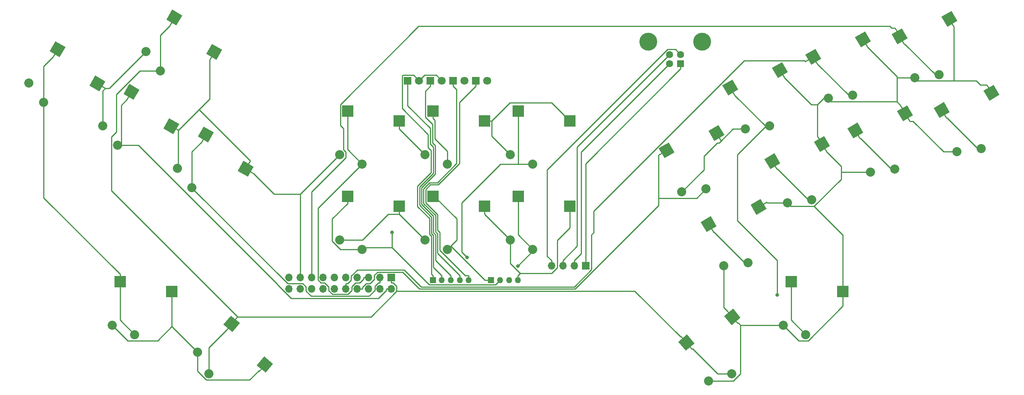
<source format=gbr>
%TF.GenerationSoftware,KiCad,Pcbnew,(5.1.10)-1*%
%TF.CreationDate,2021-10-08T21:35:03-04:00*%
%TF.ProjectId,mino_board,6d696e6f-5f62-46f6-9172-642e6b696361,rev?*%
%TF.SameCoordinates,Original*%
%TF.FileFunction,Copper,L2,Bot*%
%TF.FilePolarity,Positive*%
%FSLAX46Y46*%
G04 Gerber Fmt 4.6, Leading zero omitted, Abs format (unit mm)*
G04 Created by KiCad (PCBNEW (5.1.10)-1) date 2021-10-08 21:35:03*
%MOMM*%
%LPD*%
G01*
G04 APERTURE LIST*
%TA.AperFunction,SMDPad,CuDef*%
%ADD10C,0.100000*%
%TD*%
%TA.AperFunction,ComponentPad*%
%ADD11C,2.032000*%
%TD*%
%TA.AperFunction,ComponentPad*%
%ADD12C,4.000000*%
%TD*%
%TA.AperFunction,ComponentPad*%
%ADD13C,1.600000*%
%TD*%
%TA.AperFunction,ComponentPad*%
%ADD14R,1.600000X1.600000*%
%TD*%
%TA.AperFunction,SMDPad,CuDef*%
%ADD15R,2.600000X2.600000*%
%TD*%
%TA.AperFunction,ComponentPad*%
%ADD16O,1.700000X1.700000*%
%TD*%
%TA.AperFunction,ComponentPad*%
%ADD17R,1.700000X1.700000*%
%TD*%
%TA.AperFunction,ComponentPad*%
%ADD18O,1.350000X1.350000*%
%TD*%
%TA.AperFunction,ComponentPad*%
%ADD19R,1.350000X1.350000*%
%TD*%
%TA.AperFunction,ComponentPad*%
%ADD20R,1.800000X1.800000*%
%TD*%
%TA.AperFunction,ComponentPad*%
%ADD21C,1.800000*%
%TD*%
%TA.AperFunction,ViaPad*%
%ADD22C,0.800000*%
%TD*%
%TA.AperFunction,Conductor*%
%ADD23C,0.250000*%
%TD*%
G04 APERTURE END LIST*
%TA.AperFunction,SMDPad,CuDef*%
D10*
%TO.P,L2,2*%
%TO.N,Net-(A1-Pad2)*%
G36*
X267055527Y-88294238D02*
G01*
X265755527Y-86042572D01*
X268007193Y-84742572D01*
X269307193Y-86994238D01*
X267055527Y-88294238D01*
G37*
%TD.AperFunction*%
D11*
%TO.P,L2,1*%
%TO.N,Net-(J4-Pad16)*%
X265190000Y-99013050D03*
%TO.P,L2,2*%
%TO.N,Net-(A1-Pad2)*%
X259809873Y-99694397D03*
%TA.AperFunction,SMDPad,CuDef*%
D10*
%TO.P,L2,1*%
%TO.N,Net-(J4-Pad16)*%
G36*
X255952934Y-92163982D02*
G01*
X254652934Y-89912316D01*
X256904600Y-88612316D01*
X258204600Y-90863982D01*
X255952934Y-92163982D01*
G37*
%TD.AperFunction*%
%TD*%
D12*
%TO.P,USB_B1,5*%
%TO.N,Net-(USB_B1-Pad5)*%
X202870000Y-75150000D03*
X190870000Y-75150000D03*
D13*
%TO.P,USB_B1,4*%
%TO.N,Net-(J1-2-Pad4)*%
X198120000Y-78010000D03*
%TO.P,USB_B1,3*%
%TO.N,Net-(J1-2-Pad3)*%
X195620000Y-78010000D03*
%TO.P,USB_B1,2*%
%TO.N,Net-(J1-2-Pad2)*%
X195620000Y-80010000D03*
D14*
%TO.P,USB_B1,1*%
%TO.N,Net-(J1-2-Pad1)*%
X198120000Y-80010000D03*
%TD*%
%TA.AperFunction,SMDPad,CuDef*%
D10*
%TO.P,R2,2*%
%TO.N,Net-(A1-Pad2)*%
G36*
X257657527Y-71793938D02*
G01*
X256357527Y-69542272D01*
X258609193Y-68242272D01*
X259909193Y-70493938D01*
X257657527Y-71793938D01*
G37*
%TD.AperFunction*%
D11*
%TO.P,R2,1*%
%TO.N,Net-(J4-Pad15)*%
X255792000Y-82512750D03*
%TO.P,R2,2*%
%TO.N,Net-(A1-Pad2)*%
X250411873Y-83194097D03*
%TA.AperFunction,SMDPad,CuDef*%
D10*
%TO.P,R2,1*%
%TO.N,Net-(J4-Pad15)*%
G36*
X246554934Y-75663682D02*
G01*
X245254934Y-73412016D01*
X247506600Y-72112016D01*
X248806600Y-74363682D01*
X246554934Y-75663682D01*
G37*
%TD.AperFunction*%
%TD*%
%TA.AperFunction,SMDPad,CuDef*%
%TO.P,LEFT1,2*%
%TO.N,Net-(A1-Pad2)*%
G36*
X66066527Y-84931738D02*
G01*
X67366527Y-82680072D01*
X69618193Y-83980072D01*
X68318193Y-86231738D01*
X66066527Y-84931738D01*
G37*
%TD.AperFunction*%
D11*
%TO.P,LEFT1,1*%
%TO.N,Net-(J4-Pad4)*%
X55851000Y-88675550D03*
%TO.P,LEFT1,2*%
%TO.N,Net-(A1-Pad2)*%
X52570873Y-84356897D03*
%TA.AperFunction,SMDPad,CuDef*%
D10*
%TO.P,LEFT1,1*%
%TO.N,Net-(J4-Pad4)*%
G36*
X57163934Y-77251482D02*
G01*
X58463934Y-74999816D01*
X60715600Y-76299816D01*
X59415600Y-78551482D01*
X57163934Y-77251482D01*
G37*
%TD.AperFunction*%
%TD*%
%TA.AperFunction,SMDPad,CuDef*%
%TO.P,DOWN1,2*%
%TO.N,Net-(A1-Pad2)*%
G36*
X82576527Y-94461638D02*
G01*
X83876527Y-92209972D01*
X86128193Y-93509972D01*
X84828193Y-95761638D01*
X82576527Y-94461638D01*
G37*
%TD.AperFunction*%
D11*
%TO.P,DOWN1,1*%
%TO.N,Net-(DOWN1-Pad1)*%
X72361000Y-98205450D03*
%TO.P,DOWN1,2*%
%TO.N,Net-(A1-Pad2)*%
X69080873Y-93886797D03*
%TA.AperFunction,SMDPad,CuDef*%
D10*
%TO.P,DOWN1,1*%
%TO.N,Net-(DOWN1-Pad1)*%
G36*
X73673934Y-86781382D02*
G01*
X74973934Y-84529716D01*
X77225600Y-85829716D01*
X75925600Y-88081382D01*
X73673934Y-86781382D01*
G37*
%TD.AperFunction*%
%TD*%
%TA.AperFunction,SMDPad,CuDef*%
%TO.P,RIGHT1,2*%
%TO.N,Net-(A1-Pad2)*%
G36*
X99203727Y-103986738D02*
G01*
X100503727Y-101735072D01*
X102755393Y-103035072D01*
X101455393Y-105286738D01*
X99203727Y-103986738D01*
G37*
%TD.AperFunction*%
D11*
%TO.P,RIGHT1,1*%
%TO.N,Net-(J4-Pad3)*%
X88988200Y-107730550D03*
%TO.P,RIGHT1,2*%
%TO.N,Net-(A1-Pad2)*%
X85708073Y-103411897D03*
%TA.AperFunction,SMDPad,CuDef*%
D10*
%TO.P,RIGHT1,1*%
%TO.N,Net-(J4-Pad3)*%
G36*
X90301134Y-96306482D02*
G01*
X91601134Y-94054816D01*
X93852800Y-95354816D01*
X92552800Y-97606482D01*
X90301134Y-96306482D01*
G37*
%TD.AperFunction*%
%TD*%
%TA.AperFunction,SMDPad,CuDef*%
%TO.P,UP1,1*%
%TO.N,Net-(J4-Pad1)*%
G36*
X83261834Y-70183482D02*
G01*
X84561834Y-67931816D01*
X86813500Y-69231816D01*
X85513500Y-71483482D01*
X83261834Y-70183482D01*
G37*
%TD.AperFunction*%
D11*
%TO.P,UP1,2*%
%TO.N,Net-(A1-Pad2)*%
X78668773Y-77288897D03*
%TO.P,UP1,1*%
%TO.N,Net-(J4-Pad1)*%
X81948900Y-81607550D03*
%TA.AperFunction,SMDPad,CuDef*%
D10*
%TO.P,UP1,2*%
%TO.N,Net-(A1-Pad2)*%
G36*
X92164427Y-77863738D02*
G01*
X93464427Y-75612072D01*
X95716093Y-76912072D01*
X94416093Y-79163738D01*
X92164427Y-77863738D01*
G37*
%TD.AperFunction*%
%TD*%
%TA.AperFunction,SMDPad,CuDef*%
%TO.P,UP3,1*%
%TO.N,Net-(J4-Pad1)*%
G36*
X199246384Y-144158647D02*
G01*
X197575136Y-142166931D01*
X199566852Y-140495683D01*
X201238100Y-142487399D01*
X199246384Y-144158647D01*
G37*
%TD.AperFunction*%
D11*
%TO.P,UP3,2*%
%TO.N,Net-(A1-Pad2)*%
X204352371Y-150904907D03*
%TO.P,UP3,1*%
%TO.N,Net-(J4-Pad1)*%
X209532447Y-149299662D03*
%TA.AperFunction,SMDPad,CuDef*%
D10*
%TO.P,UP3,2*%
%TO.N,Net-(A1-Pad2)*%
G36*
X209508330Y-138419748D02*
G01*
X207837082Y-136428032D01*
X209828798Y-134756784D01*
X211500046Y-136748500D01*
X209508330Y-138419748D01*
G37*
%TD.AperFunction*%
%TD*%
D15*
%TO.P,HOME1,2*%
%TO.N,Net-(A1-Pad2)*%
X154325000Y-92770000D03*
D11*
%TO.P,HOME1,1*%
%TO.N,Net-(HOME1-Pad1)*%
X146050000Y-102420000D03*
%TO.P,HOME1,2*%
%TO.N,Net-(A1-Pad2)*%
X141050000Y-100320000D03*
D15*
%TO.P,HOME1,1*%
%TO.N,Net-(HOME1-Pad1)*%
X142775000Y-90570000D03*
%TD*%
%TO.P,R3,2*%
%TO.N,Net-(J10-Pad4)*%
X173375000Y-111820000D03*
D11*
%TO.P,R3,1*%
%TO.N,Net-(J10-Pad3)*%
X165100000Y-121470000D03*
%TO.P,R3,2*%
%TO.N,Net-(J10-Pad4)*%
X160100000Y-119370000D03*
D15*
%TO.P,R3,1*%
%TO.N,Net-(J10-Pad3)*%
X161825000Y-109620000D03*
%TD*%
%TO.P,L3,2*%
%TO.N,Net-(J10-Pad4)*%
X135275000Y-111820000D03*
D11*
%TO.P,L3,1*%
%TO.N,Net-(J10-Pad2)*%
X127000000Y-121470000D03*
%TO.P,L3,2*%
%TO.N,Net-(J10-Pad4)*%
X122000000Y-119370000D03*
D15*
%TO.P,L3,1*%
%TO.N,Net-(J10-Pad2)*%
X123725000Y-109620000D03*
%TD*%
%TO.P,START1,1*%
%TO.N,Net-(J4-Pad7)*%
X161825000Y-90570000D03*
D11*
%TO.P,START1,2*%
%TO.N,Net-(A1-Pad2)*%
X160100000Y-100320000D03*
%TO.P,START1,1*%
%TO.N,Net-(J4-Pad7)*%
X165100000Y-102420000D03*
D15*
%TO.P,START1,2*%
%TO.N,Net-(A1-Pad2)*%
X173375000Y-92770000D03*
%TD*%
%TO.P,RIGHT2,2*%
%TO.N,Net-(A1-Pad2)*%
X234335000Y-130870000D03*
D11*
%TO.P,RIGHT2,1*%
%TO.N,Net-(J4-Pad3)*%
X226060000Y-140520000D03*
%TO.P,RIGHT2,2*%
%TO.N,Net-(A1-Pad2)*%
X221060000Y-138420000D03*
D15*
%TO.P,RIGHT2,1*%
%TO.N,Net-(J4-Pad3)*%
X222785000Y-128670000D03*
%TD*%
%TO.P,SELECT1,1*%
%TO.N,Net-(J4-Pad5)*%
X123725000Y-90570000D03*
D11*
%TO.P,SELECT1,2*%
%TO.N,Net-(A1-Pad2)*%
X122000000Y-100320000D03*
%TO.P,SELECT1,1*%
%TO.N,Net-(J4-Pad5)*%
X127000000Y-102420000D03*
D15*
%TO.P,SELECT1,2*%
%TO.N,Net-(A1-Pad2)*%
X135275000Y-92770000D03*
%TD*%
%TO.P,LEFT2,1*%
%TO.N,Net-(J4-Pad4)*%
X72925000Y-128670000D03*
D11*
%TO.P,LEFT2,2*%
%TO.N,Net-(A1-Pad2)*%
X71200000Y-138420000D03*
%TO.P,LEFT2,1*%
%TO.N,Net-(J4-Pad4)*%
X76200000Y-140520000D03*
D15*
%TO.P,LEFT2,2*%
%TO.N,Net-(A1-Pad2)*%
X84475000Y-130870000D03*
%TD*%
%TA.AperFunction,SMDPad,CuDef*%
D10*
%TO.P,UP2,2*%
%TO.N,Net-(A1-Pad2)*%
G36*
X103437989Y-147386635D02*
G01*
X105109237Y-145394919D01*
X107100953Y-147066167D01*
X105429705Y-149057883D01*
X103437989Y-147386635D01*
G37*
%TD.AperFunction*%
D11*
%TO.P,UP2,1*%
%TO.N,Net-(J4-Pad1)*%
X92727553Y-149299662D03*
%TO.P,UP2,2*%
%TO.N,Net-(A1-Pad2)*%
X90247185Y-144477031D03*
%TA.AperFunction,SMDPad,CuDef*%
D10*
%TO.P,UP2,1*%
%TO.N,Net-(J4-Pad1)*%
G36*
X96004309Y-138277140D02*
G01*
X97675557Y-136285424D01*
X99667273Y-137956672D01*
X97996025Y-139948388D01*
X96004309Y-138277140D01*
G37*
%TD.AperFunction*%
%TD*%
%TA.AperFunction,SMDPad,CuDef*%
%TO.P,L1,2*%
%TO.N,Net-(A1-Pad2)*%
G36*
X247761527Y-92866238D02*
G01*
X246461527Y-90614572D01*
X248713193Y-89314572D01*
X250013193Y-91566238D01*
X247761527Y-92866238D01*
G37*
%TD.AperFunction*%
D11*
%TO.P,L1,1*%
%TO.N,Net-(J4-Pad11)*%
X245896000Y-103585050D03*
%TO.P,L1,2*%
%TO.N,Net-(A1-Pad2)*%
X240515873Y-104266397D03*
%TA.AperFunction,SMDPad,CuDef*%
D10*
%TO.P,L1,1*%
%TO.N,Net-(J4-Pad11)*%
G36*
X236658934Y-96735982D02*
G01*
X235358934Y-94484316D01*
X237610600Y-93184316D01*
X238910600Y-95435982D01*
X236658934Y-96735982D01*
G37*
%TD.AperFunction*%
%TD*%
%TA.AperFunction,SMDPad,CuDef*%
%TO.P,Y1,2*%
%TO.N,Net-(A1-Pad2)*%
G36*
X219831527Y-83223938D02*
G01*
X218531527Y-80972272D01*
X220783193Y-79672272D01*
X222083193Y-81923938D01*
X219831527Y-83223938D01*
G37*
%TD.AperFunction*%
D11*
%TO.P,Y1,1*%
%TO.N,Net-(J4-Pad9)*%
X217966000Y-93942750D03*
%TO.P,Y1,2*%
%TO.N,Net-(A1-Pad2)*%
X212585873Y-94624097D03*
%TA.AperFunction,SMDPad,CuDef*%
D10*
%TO.P,Y1,1*%
%TO.N,Net-(J4-Pad9)*%
G36*
X208728934Y-87093682D02*
G01*
X207428934Y-84842016D01*
X209680600Y-83542016D01*
X210980600Y-85793682D01*
X208728934Y-87093682D01*
G37*
%TD.AperFunction*%
%TD*%
%TA.AperFunction,SMDPad,CuDef*%
%TO.P,A1,2*%
%TO.N,Net-(A1-Pad2)*%
G36*
X215015527Y-113775738D02*
G01*
X213715527Y-111524072D01*
X215967193Y-110224072D01*
X217267193Y-112475738D01*
X215015527Y-113775738D01*
G37*
%TD.AperFunction*%
D11*
%TO.P,A1,1*%
%TO.N,Net-(A1-Pad1)*%
X213150000Y-124494550D03*
%TO.P,A1,2*%
%TO.N,Net-(A1-Pad2)*%
X207769873Y-125175897D03*
%TA.AperFunction,SMDPad,CuDef*%
D10*
%TO.P,A1,1*%
%TO.N,Net-(A1-Pad1)*%
G36*
X203912934Y-117645482D02*
G01*
X202612934Y-115393816D01*
X204864600Y-114093816D01*
X206164600Y-116345482D01*
X203912934Y-117645482D01*
G37*
%TD.AperFunction*%
%TD*%
%TA.AperFunction,SMDPad,CuDef*%
%TO.P,R1,2*%
%TO.N,Net-(A1-Pad2)*%
G36*
X238363527Y-76365938D02*
G01*
X237063527Y-74114272D01*
X239315193Y-72814272D01*
X240615193Y-75065938D01*
X238363527Y-76365938D01*
G37*
%TD.AperFunction*%
D11*
%TO.P,R1,1*%
%TO.N,Net-(J4-Pad10)*%
X236498000Y-87084750D03*
%TO.P,R1,2*%
%TO.N,Net-(A1-Pad2)*%
X231117873Y-87766097D03*
%TA.AperFunction,SMDPad,CuDef*%
D10*
%TO.P,R1,1*%
%TO.N,Net-(J4-Pad10)*%
G36*
X227260934Y-80235682D02*
G01*
X225960934Y-77984016D01*
X228212600Y-76684016D01*
X229512600Y-78935682D01*
X227260934Y-80235682D01*
G37*
%TD.AperFunction*%
%TD*%
%TA.AperFunction,SMDPad,CuDef*%
%TO.P,X1,2*%
%TO.N,Net-(A1-Pad2)*%
G36*
X205617527Y-97275738D02*
G01*
X204317527Y-95024072D01*
X206569193Y-93724072D01*
X207869193Y-95975738D01*
X205617527Y-97275738D01*
G37*
%TD.AperFunction*%
D11*
%TO.P,X1,1*%
%TO.N,Net-(J4-Pad8)*%
X203752000Y-107994550D03*
%TO.P,X1,2*%
%TO.N,Net-(A1-Pad2)*%
X198371873Y-108675897D03*
%TA.AperFunction,SMDPad,CuDef*%
D10*
%TO.P,X1,1*%
%TO.N,Net-(J4-Pad8)*%
G36*
X194514934Y-101145482D02*
G01*
X193214934Y-98893816D01*
X195466600Y-97593816D01*
X196766600Y-99845482D01*
X194514934Y-101145482D01*
G37*
%TD.AperFunction*%
%TD*%
%TA.AperFunction,SMDPad,CuDef*%
%TO.P,B1,2*%
%TO.N,Net-(A1-Pad2)*%
G36*
X229229527Y-99724738D02*
G01*
X227929527Y-97473072D01*
X230181193Y-96173072D01*
X231481193Y-98424738D01*
X229229527Y-99724738D01*
G37*
%TD.AperFunction*%
D11*
%TO.P,B1,1*%
%TO.N,Net-(B1-Pad1)*%
X227364000Y-110443550D03*
%TO.P,B1,2*%
%TO.N,Net-(A1-Pad2)*%
X221983873Y-111124897D03*
%TA.AperFunction,SMDPad,CuDef*%
D10*
%TO.P,B1,1*%
%TO.N,Net-(B1-Pad1)*%
G36*
X218126934Y-103594482D02*
G01*
X216826934Y-101342816D01*
X219078600Y-100042816D01*
X220378600Y-102294482D01*
X218126934Y-103594482D01*
G37*
%TD.AperFunction*%
%TD*%
D15*
%TO.P,TOUCHPAD1,1*%
%TO.N,Net-(J10-Pad1)*%
X142775000Y-109620000D03*
D11*
%TO.P,TOUCHPAD1,2*%
%TO.N,Net-(J10-Pad4)*%
X141050000Y-119370000D03*
%TO.P,TOUCHPAD1,1*%
%TO.N,Net-(J10-Pad1)*%
X146050000Y-121470000D03*
D15*
%TO.P,TOUCHPAD1,2*%
%TO.N,Net-(J10-Pad4)*%
X154325000Y-111820000D03*
%TD*%
D16*
%TO.P,J4,20*%
%TO.N,Net-(J4-Pad20)*%
X110665000Y-130310000D03*
%TO.P,J4,19*%
%TO.N,Net-(J4-Pad19)*%
X110665000Y-127770000D03*
%TO.P,J4,18*%
%TO.N,Net-(J4-Pad18)*%
X113205000Y-130310000D03*
%TO.P,J4,17*%
%TO.N,Net-(A1-Pad2)*%
X113205000Y-127770000D03*
%TO.P,J4,16*%
%TO.N,Net-(J4-Pad16)*%
X115745000Y-130310000D03*
%TO.P,J4,15*%
%TO.N,Net-(J4-Pad15)*%
X115745000Y-127770000D03*
%TO.P,J4,14*%
%TO.N,Net-(B1-Pad1)*%
X118285000Y-130310000D03*
%TO.P,J4,13*%
%TO.N,Net-(A1-Pad1)*%
X118285000Y-127770000D03*
%TO.P,J4,12*%
%TO.N,Net-(J4-Pad12)*%
X120825000Y-130310000D03*
%TO.P,J4,11*%
%TO.N,Net-(J4-Pad11)*%
X120825000Y-127770000D03*
%TO.P,J4,10*%
%TO.N,Net-(J4-Pad10)*%
X123365000Y-130310000D03*
%TO.P,J4,9*%
%TO.N,Net-(J4-Pad9)*%
X123365000Y-127770000D03*
%TO.P,J4,8*%
%TO.N,Net-(J4-Pad8)*%
X125905000Y-130310000D03*
%TO.P,J4,7*%
%TO.N,Net-(J4-Pad7)*%
X125905000Y-127770000D03*
%TO.P,J4,6*%
%TO.N,Net-(HOME1-Pad1)*%
X128445000Y-130310000D03*
%TO.P,J4,5*%
%TO.N,Net-(J4-Pad5)*%
X128445000Y-127770000D03*
%TO.P,J4,4*%
%TO.N,Net-(J4-Pad4)*%
X130985000Y-130310000D03*
%TO.P,J4,3*%
%TO.N,Net-(J4-Pad3)*%
X130985000Y-127770000D03*
%TO.P,J4,2*%
%TO.N,Net-(DOWN1-Pad1)*%
X133525000Y-130310000D03*
D17*
%TO.P,J4,1*%
%TO.N,Net-(J4-Pad1)*%
X133525000Y-127770000D03*
%TD*%
D16*
%TO.P,J1-2,4*%
%TO.N,Net-(J1-2-Pad4)*%
X169260000Y-125160000D03*
%TO.P,J1-2,3*%
%TO.N,Net-(J1-2-Pad3)*%
X171800000Y-125160000D03*
%TO.P,J1-2,2*%
%TO.N,Net-(J1-2-Pad2)*%
X174340000Y-125160000D03*
D17*
%TO.P,J1-2,1*%
%TO.N,Net-(J1-2-Pad1)*%
X176880000Y-125160000D03*
%TD*%
D18*
%TO.P,J2,5*%
%TO.N,Net-(J2-Pad5)*%
X150780000Y-128350000D03*
%TO.P,J2,4*%
%TO.N,Net-(J2-Pad4)*%
X148780000Y-128350000D03*
%TO.P,J2,3*%
%TO.N,Net-(J2-Pad3)*%
X146780000Y-128350000D03*
%TO.P,J2,2*%
%TO.N,Net-(J2-Pad2)*%
X144780000Y-128350000D03*
D19*
%TO.P,J2,1*%
%TO.N,Net-(J2-Pad1)*%
X142780000Y-128350000D03*
%TD*%
D18*
%TO.P,J10,4*%
%TO.N,Net-(J10-Pad4)*%
X161780000Y-128350000D03*
%TO.P,J10,3*%
%TO.N,Net-(J10-Pad3)*%
X159780000Y-128350000D03*
%TO.P,J10,2*%
%TO.N,Net-(J10-Pad2)*%
X157780000Y-128350000D03*
D19*
%TO.P,J10,1*%
%TO.N,Net-(J10-Pad1)*%
X155780000Y-128350000D03*
%TD*%
D20*
%TO.P,P4,1*%
%TO.N,Net-(J2-Pad5)*%
X152400000Y-83820000D03*
D21*
%TO.P,P4,2*%
%TO.N,Net-(J2-Pad1)*%
X154940000Y-83820000D03*
%TD*%
%TO.P,P3,2*%
%TO.N,Net-(J2-Pad1)*%
X149860000Y-83820000D03*
D20*
%TO.P,P3,1*%
%TO.N,Net-(J2-Pad4)*%
X147320000Y-83820000D03*
%TD*%
%TO.P,P2,1*%
%TO.N,Net-(J2-Pad3)*%
X142240000Y-83820000D03*
D21*
%TO.P,P2,2*%
%TO.N,Net-(J2-Pad1)*%
X144780000Y-83820000D03*
%TD*%
%TO.P,P1,2*%
%TO.N,Net-(J2-Pad1)*%
X139700000Y-83820000D03*
D20*
%TO.P,P1,1*%
%TO.N,Net-(J2-Pad2)*%
X137160000Y-83820000D03*
%TD*%
D22*
%TO.N,Net-(J4-Pad9)*%
X219697000Y-131670000D03*
%TO.N,Net-(J4-Pad7)*%
X150450000Y-123324000D03*
%TO.N,Net-(J10-Pad3)*%
X161744300Y-125240900D03*
%TO.N,Net-(J10-Pad2)*%
X133641000Y-117737000D03*
%TD*%
D23*
%TO.N,Net-(A1-Pad2)*%
X90549400Y-90265500D02*
X92909900Y-87905000D01*
X92909900Y-87905000D02*
X92909900Y-79172700D01*
X92909900Y-79172700D02*
X92909800Y-79172600D01*
X85922600Y-94892400D02*
X85922600Y-94892300D01*
X85922600Y-94892300D02*
X90549400Y-90265500D01*
X90549400Y-90265500D02*
X102010000Y-101726200D01*
X100979600Y-103510900D02*
X102010000Y-101726200D01*
X93940300Y-77387900D02*
X92909800Y-79172600D01*
X85708100Y-103411900D02*
X85922600Y-103197400D01*
X85922600Y-103197400D02*
X85922600Y-94892400D01*
X100979600Y-103510900D02*
X102764200Y-104541300D01*
X85864400Y-94858800D02*
X85922600Y-94892400D01*
X84352400Y-93985800D02*
X85864400Y-94858800D01*
X211500300Y-138420000D02*
X211022400Y-137942100D01*
X211022400Y-137942100D02*
X210804800Y-137942100D01*
X210804800Y-137942100D02*
X210804700Y-137942200D01*
X221060000Y-138420000D02*
X211500300Y-138420000D01*
X211500300Y-138420000D02*
X211500300Y-149288200D01*
X211500300Y-149288200D02*
X209883600Y-150904900D01*
X209883600Y-150904900D02*
X204352400Y-150904900D01*
X234335000Y-130870000D02*
X234335000Y-134162000D01*
X234335000Y-134162000D02*
X226603400Y-141893600D01*
X226603400Y-141893600D02*
X224533600Y-141893600D01*
X224533600Y-141893600D02*
X221060000Y-138420000D01*
X209668600Y-136588300D02*
X210804700Y-137942200D01*
X105269500Y-147226400D02*
X104133300Y-148580400D01*
X104133300Y-148580400D02*
X104133200Y-148580300D01*
X104133200Y-148580300D02*
X103915600Y-148580300D01*
X103915600Y-148580300D02*
X101841000Y-150654900D01*
X101841000Y-150654900D02*
X92175500Y-150654900D01*
X92175500Y-150654900D02*
X90247200Y-148726600D01*
X90247200Y-148726600D02*
X90247200Y-144477000D01*
X84475000Y-138704800D02*
X90247200Y-144477000D01*
X69627000Y-85486300D02*
X70471400Y-85486300D01*
X70471400Y-85486300D02*
X78668800Y-77288900D01*
X69080900Y-93886800D02*
X69080900Y-86032400D01*
X69080900Y-86032400D02*
X69627000Y-85486300D01*
X246398500Y-88458800D02*
X246398500Y-88497300D01*
X246398500Y-88497300D02*
X247206900Y-89305700D01*
X246398500Y-83194100D02*
X246398500Y-88458800D01*
X231117900Y-87766100D02*
X231810600Y-88458800D01*
X231810600Y-88458800D02*
X246398500Y-88458800D01*
X228675000Y-89178600D02*
X230087500Y-87766100D01*
X230087500Y-87766100D02*
X231117900Y-87766100D01*
X228675000Y-89178600D02*
X227283600Y-89178600D01*
X227283600Y-89178600D02*
X221337800Y-83232800D01*
X228674900Y-96164200D02*
X228675000Y-96164100D01*
X228675000Y-96164100D02*
X228675000Y-89178600D01*
X67842400Y-84455900D02*
X69627000Y-85486300D01*
X239869800Y-76374800D02*
X246398500Y-82903500D01*
X246398500Y-82903500D02*
X246398500Y-83194100D01*
X246398500Y-83194100D02*
X250411900Y-83194100D01*
X248237400Y-91090400D02*
X247206900Y-89305700D01*
X259163800Y-83867700D02*
X264152400Y-83867700D01*
X264152400Y-83867700D02*
X265018400Y-84733700D01*
X265018400Y-84733700D02*
X266500900Y-84733700D01*
X250411900Y-83194100D02*
X251085500Y-83867700D01*
X251085500Y-83867700D02*
X259163800Y-83867700D01*
X259163800Y-83867700D02*
X259163800Y-71802800D01*
X258133400Y-70018100D02*
X259163800Y-71802800D01*
X267531400Y-86518400D02*
X266500900Y-84733700D01*
X248237400Y-91090400D02*
X249267800Y-92875100D01*
X259809900Y-99694400D02*
X256841400Y-99694400D01*
X256841400Y-99694400D02*
X250022000Y-92875000D01*
X250022000Y-92875000D02*
X249267900Y-92875000D01*
X249267900Y-92875000D02*
X249267800Y-92875100D01*
X238839400Y-74590100D02*
X239869800Y-76374800D01*
X227908200Y-111856400D02*
X222715400Y-111856400D01*
X222715400Y-111856400D02*
X221983900Y-111124900D01*
X233956800Y-104266400D02*
X233956800Y-105807800D01*
X233956800Y-105807800D02*
X227908200Y-111856400D01*
X234335000Y-130870000D02*
X234335000Y-118283200D01*
X234335000Y-118283200D02*
X227908200Y-111856400D01*
X230735800Y-99733600D02*
X233956800Y-102954600D01*
X233956800Y-102954600D02*
X233956800Y-104266400D01*
X240515900Y-104266400D02*
X233956800Y-104266400D01*
X198371900Y-108675900D02*
X203357400Y-103690400D01*
X203357400Y-103690400D02*
X203357400Y-100653800D01*
X203357400Y-100653800D02*
X206291100Y-97720100D01*
X206291100Y-97720100D02*
X206688300Y-97720100D01*
X206688300Y-97720100D02*
X207123800Y-97284600D01*
X160100000Y-100320000D02*
X155950300Y-96170300D01*
X155950300Y-96170300D02*
X155950300Y-92770000D01*
X141050000Y-100320000D02*
X135275000Y-94545000D01*
X135275000Y-94545000D02*
X135275000Y-92770000D01*
X113205000Y-109115000D02*
X122000000Y-100320000D01*
X113205000Y-127770000D02*
X113205000Y-109115000D01*
X113205000Y-109115000D02*
X107337900Y-109115000D01*
X107337900Y-109115000D02*
X102764200Y-104541300D01*
X84475000Y-138704800D02*
X84475000Y-130870000D01*
X154325000Y-92770000D02*
X155950300Y-92770000D01*
X155950300Y-92770000D02*
X159991000Y-88729300D01*
X159991000Y-88729300D02*
X169334300Y-88729300D01*
X169334300Y-88729300D02*
X173375000Y-92770000D01*
X229705400Y-97948900D02*
X230735800Y-99733600D01*
X229705400Y-97948900D02*
X228674900Y-96164200D01*
X212585900Y-94624100D02*
X209784300Y-94624100D01*
X209784300Y-94624100D02*
X207123800Y-97284600D01*
X215491400Y-111999900D02*
X217276000Y-110969500D01*
X209668600Y-136588300D02*
X208532400Y-135234300D01*
X220307400Y-81448100D02*
X221337800Y-83232800D01*
X206093400Y-95499900D02*
X207123800Y-97284600D01*
X221983900Y-111124900D02*
X217431400Y-111124900D01*
X217431400Y-111124900D02*
X217276000Y-110969500D01*
X208532400Y-135234300D02*
X207769900Y-134471800D01*
X207769900Y-134471800D02*
X207769900Y-125175900D01*
X71200000Y-138420000D02*
X74657300Y-141877300D01*
X74657300Y-141877300D02*
X81302500Y-141877300D01*
X81302500Y-141877300D02*
X84475000Y-138704800D01*
%TO.N,Net-(A1-Pad1)*%
X204388800Y-115869600D02*
X205419300Y-117654300D01*
X205419300Y-117654300D02*
X205548900Y-117654300D01*
X205548900Y-117654300D02*
X212389100Y-124494500D01*
X212389100Y-124494500D02*
X213150000Y-124494500D01*
%TO.N,Net-(B1-Pad1)*%
X218602800Y-101818600D02*
X219633300Y-103603300D01*
X219633300Y-103603300D02*
X219762900Y-103603300D01*
X219762900Y-103603300D02*
X226603100Y-110443500D01*
X226603100Y-110443500D02*
X227364000Y-110443500D01*
%TO.N,Net-(DOWN1-Pad1)*%
X73208200Y-98205400D02*
X72361000Y-98205400D01*
X132349700Y-130310000D02*
X132349700Y-130677300D01*
X132349700Y-130677300D02*
X130570500Y-132456500D01*
X130570500Y-132456500D02*
X111149200Y-132456500D01*
X111149200Y-132456500D02*
X108090400Y-129397700D01*
X108090400Y-129397700D02*
X108090400Y-129277200D01*
X108090400Y-129277200D02*
X77018600Y-98205400D01*
X77018600Y-98205400D02*
X73208200Y-98205400D01*
X73208200Y-98205400D02*
X73208200Y-89301400D01*
X73208200Y-89301400D02*
X74419300Y-88090300D01*
X75449800Y-86305500D02*
X74419300Y-88090300D01*
X133525000Y-130310000D02*
X132349700Y-130310000D01*
%TO.N,Net-(HOME1-Pad1)*%
X142775000Y-90570000D02*
X142775000Y-92195300D01*
X146050000Y-102420000D02*
X146050000Y-99573600D01*
X146050000Y-99573600D02*
X143225300Y-96748900D01*
X143225300Y-96748900D02*
X143225300Y-92645600D01*
X143225300Y-92645600D02*
X142775000Y-92195300D01*
%TO.N,Net-(J2-Pad5)*%
X150780000Y-128350000D02*
X150780000Y-127349700D01*
X152400000Y-83820000D02*
X152400000Y-85045300D01*
X152400000Y-85045300D02*
X148751200Y-88694100D01*
X148751200Y-88694100D02*
X148751200Y-102317400D01*
X148751200Y-102317400D02*
X144023400Y-107045200D01*
X144023400Y-107045200D02*
X142215600Y-107045200D01*
X142215600Y-107045200D02*
X141149700Y-108111100D01*
X141149700Y-108111100D02*
X141149700Y-111054800D01*
X141149700Y-111054800D02*
X143808000Y-113713100D01*
X143808000Y-113713100D02*
X143808000Y-117159500D01*
X143808000Y-117159500D02*
X144324200Y-117675700D01*
X144324200Y-117675700D02*
X144324200Y-121644100D01*
X144324200Y-121644100D02*
X150029800Y-127349700D01*
X150029800Y-127349700D02*
X150780000Y-127349700D01*
%TO.N,Net-(J2-Pad4)*%
X147320000Y-85045300D02*
X148090000Y-85815300D01*
X148090000Y-85815300D02*
X148090000Y-102286200D01*
X148090000Y-102286200D02*
X143781300Y-106594900D01*
X143781300Y-106594900D02*
X142029000Y-106594900D01*
X142029000Y-106594900D02*
X140699400Y-107924500D01*
X140699400Y-107924500D02*
X140699400Y-111241400D01*
X140699400Y-111241400D02*
X143357700Y-113899700D01*
X143357700Y-113899700D02*
X143357700Y-117571400D01*
X143357700Y-117571400D02*
X143808000Y-118021700D01*
X143808000Y-118021700D02*
X143808000Y-122377700D01*
X143808000Y-122377700D02*
X148780000Y-127349700D01*
X148780000Y-128350000D02*
X148780000Y-127349700D01*
X147320000Y-83820000D02*
X147320000Y-85045300D01*
%TO.N,Net-(J2-Pad3)*%
X142240000Y-85045300D02*
X141115800Y-86169500D01*
X141115800Y-86169500D02*
X141115800Y-92000900D01*
X141115800Y-92000900D02*
X142712400Y-93597500D01*
X142712400Y-93597500D02*
X142712400Y-97752300D01*
X142712400Y-97752300D02*
X143306600Y-98346500D01*
X143306600Y-98346500D02*
X143306600Y-104680400D01*
X143306600Y-104680400D02*
X140249100Y-107737900D01*
X140249100Y-107737900D02*
X140249100Y-111428000D01*
X140249100Y-111428000D02*
X142907400Y-114086300D01*
X142907400Y-114086300D02*
X142907400Y-117758000D01*
X142907400Y-117758000D02*
X143357700Y-118208300D01*
X143357700Y-118208300D02*
X143357700Y-123927500D01*
X143357700Y-123927500D02*
X143357800Y-123927500D01*
X143357800Y-123927500D02*
X146780000Y-127349700D01*
X146780000Y-128350000D02*
X146780000Y-127349700D01*
X142240000Y-83820000D02*
X142240000Y-85045300D01*
%TO.N,Net-(J2-Pad2)*%
X137160000Y-83820000D02*
X137160000Y-89432000D01*
X137160000Y-89432000D02*
X142176700Y-94448700D01*
X142176700Y-94448700D02*
X142176700Y-97974800D01*
X142176700Y-97974800D02*
X142848700Y-98646800D01*
X142848700Y-98646800D02*
X142848700Y-104501400D01*
X142848700Y-104501400D02*
X139798800Y-107551300D01*
X139798800Y-107551300D02*
X139798800Y-111614600D01*
X139798800Y-111614600D02*
X142457100Y-114272900D01*
X142457100Y-114272900D02*
X142457100Y-117944600D01*
X142457100Y-117944600D02*
X142885800Y-118373300D01*
X142885800Y-118373300D02*
X142885800Y-125455500D01*
X142885800Y-125455500D02*
X144780000Y-127349700D01*
X144780000Y-128350000D02*
X144780000Y-127349700D01*
%TO.N,Net-(J2-Pad1)*%
X139700000Y-83820000D02*
X138474600Y-82594600D01*
X138474600Y-82594600D02*
X136087800Y-82594600D01*
X136087800Y-82594600D02*
X135934600Y-82747800D01*
X135934600Y-82747800D02*
X135934600Y-90044200D01*
X135934600Y-90044200D02*
X141726300Y-95835900D01*
X141726300Y-95835900D02*
X141726300Y-98733200D01*
X141726300Y-98733200D02*
X142398300Y-99405200D01*
X142398300Y-99405200D02*
X142398300Y-104314900D01*
X142398300Y-104314900D02*
X139348500Y-107364700D01*
X139348500Y-107364700D02*
X139348500Y-111948900D01*
X139348500Y-111948900D02*
X142006800Y-114607200D01*
X142006800Y-114607200D02*
X142006800Y-118131200D01*
X142006800Y-118131200D02*
X142435400Y-118559800D01*
X142435400Y-118559800D02*
X142435400Y-127005100D01*
X142435400Y-127005100D02*
X142780000Y-127349700D01*
X144780000Y-83820000D02*
X143554600Y-82594600D01*
X143554600Y-82594600D02*
X140925400Y-82594600D01*
X140925400Y-82594600D02*
X139700000Y-83820000D01*
X142780000Y-128350000D02*
X142780000Y-127349700D01*
%TO.N,Net-(J4-Pad16)*%
X256428800Y-90388100D02*
X257459300Y-92172800D01*
X257459300Y-92172800D02*
X257588900Y-92172800D01*
X257588900Y-92172800D02*
X264429100Y-99013000D01*
X264429100Y-99013000D02*
X265190000Y-99013000D01*
%TO.N,Net-(J4-Pad15)*%
X247030800Y-73887800D02*
X246000300Y-72103100D01*
X115745000Y-127770000D02*
X115745000Y-108622700D01*
X115745000Y-108622700D02*
X123341500Y-101026200D01*
X123341500Y-101026200D02*
X123341500Y-99764400D01*
X123341500Y-99764400D02*
X122816200Y-99239100D01*
X122816200Y-99239100D02*
X122816200Y-94540100D01*
X122816200Y-94540100D02*
X122099600Y-93823500D01*
X122099600Y-93823500D02*
X122099600Y-89134400D01*
X122099600Y-89134400D02*
X139592700Y-71641300D01*
X139592700Y-71641300D02*
X244784300Y-71641300D01*
X244784300Y-71641300D02*
X245246100Y-72103100D01*
X245246100Y-72103100D02*
X246000300Y-72103100D01*
X247030800Y-73887800D02*
X248061300Y-75672500D01*
X248061300Y-75672500D02*
X248190900Y-75672500D01*
X248190900Y-75672500D02*
X255031100Y-82512700D01*
X255031100Y-82512700D02*
X255792000Y-82512700D01*
%TO.N,Net-(J4-Pad10)*%
X227736800Y-78459800D02*
X228767300Y-80244500D01*
X236498000Y-87084700D02*
X235695400Y-87084700D01*
X235695400Y-87084700D02*
X228855200Y-80244500D01*
X228855200Y-80244500D02*
X228767300Y-80244500D01*
X227736800Y-78459800D02*
X225952000Y-79490300D01*
X123365000Y-129134700D02*
X123732400Y-129134700D01*
X123732400Y-129134700D02*
X124540300Y-128326800D01*
X124540300Y-128326800D02*
X124540300Y-127470500D01*
X124540300Y-127470500D02*
X125917600Y-126093200D01*
X125917600Y-126093200D02*
X136375300Y-126093200D01*
X136375300Y-126093200D02*
X140137000Y-129854900D01*
X140137000Y-129854900D02*
X174400300Y-129854900D01*
X174400300Y-129854900D02*
X178224700Y-126030500D01*
X178224700Y-126030500D02*
X178224700Y-118213500D01*
X178224700Y-118213500D02*
X178674900Y-117763300D01*
X178674900Y-117763300D02*
X178674900Y-112926600D01*
X178674900Y-112926600D02*
X212274500Y-79327000D01*
X212274500Y-79327000D02*
X225788700Y-79327000D01*
X225788700Y-79327000D02*
X225952000Y-79490300D01*
X123365000Y-130310000D02*
X123365000Y-129134700D01*
%TO.N,Net-(J4-Pad9)*%
X217140300Y-94007500D02*
X210800700Y-100347100D01*
X210800700Y-100347100D02*
X210800700Y-115079500D01*
X210800700Y-115079500D02*
X219697000Y-123975800D01*
X219697000Y-123975800D02*
X219697000Y-131670000D01*
X217966000Y-93942700D02*
X217205100Y-93942700D01*
X217205100Y-93942700D02*
X217140300Y-94007500D01*
X210235300Y-87102500D02*
X217140300Y-94007500D01*
X209204800Y-85317800D02*
X210235300Y-87102500D01*
%TO.N,Net-(J4-Pad8)*%
X127080300Y-130310000D02*
X127080300Y-129942600D01*
X127080300Y-129942600D02*
X127888200Y-129134700D01*
X127888200Y-129134700D02*
X128744500Y-129134700D01*
X128744500Y-129134700D02*
X129715000Y-128164200D01*
X129715000Y-128164200D02*
X129715000Y-127281200D01*
X129715000Y-127281200D02*
X130401600Y-126594600D01*
X130401600Y-126594600D02*
X136014800Y-126594600D01*
X136014800Y-126594600D02*
X139725400Y-130305200D01*
X139725400Y-130305200D02*
X174586900Y-130305200D01*
X174586900Y-130305200D02*
X193206000Y-111686100D01*
X193206000Y-111686100D02*
X193206000Y-110054000D01*
X193206000Y-110054000D02*
X193206000Y-100400100D01*
X203752000Y-107994500D02*
X201692500Y-110054000D01*
X201692500Y-110054000D02*
X193206000Y-110054000D01*
X194990800Y-99369600D02*
X193206000Y-100400100D01*
X125905000Y-130310000D02*
X127080300Y-130310000D01*
%TO.N,Net-(J4-Pad7)*%
X161825000Y-102420000D02*
X165100000Y-102420000D01*
X150450000Y-123324000D02*
X149201600Y-122075600D01*
X149201600Y-122075600D02*
X149201600Y-111067400D01*
X149201600Y-111067400D02*
X157849000Y-102420000D01*
X157849000Y-102420000D02*
X161825000Y-102420000D01*
X161825000Y-102420000D02*
X161825000Y-90570000D01*
%TO.N,Net-(J4-Pad5)*%
X127000000Y-102420000D02*
X123725000Y-99145000D01*
X123725000Y-99145000D02*
X123725000Y-92195300D01*
X123725000Y-90570000D02*
X123725000Y-92195300D01*
X127269700Y-127770000D02*
X127269700Y-128137400D01*
X127269700Y-128137400D02*
X126461800Y-128945300D01*
X126461800Y-128945300D02*
X125541500Y-128945300D01*
X125541500Y-128945300D02*
X124668400Y-129818400D01*
X124668400Y-129818400D02*
X124668400Y-130693200D01*
X124668400Y-130693200D02*
X123846600Y-131515000D01*
X123846600Y-131515000D02*
X120354500Y-131515000D01*
X120354500Y-131515000D02*
X119555000Y-130715500D01*
X119555000Y-130715500D02*
X119555000Y-129915800D01*
X119555000Y-129915800D02*
X118584500Y-128945300D01*
X118584500Y-128945300D02*
X117742400Y-128945300D01*
X117742400Y-128945300D02*
X117106600Y-128309500D01*
X117106600Y-128309500D02*
X117106600Y-112313400D01*
X117106600Y-112313400D02*
X127000000Y-102420000D01*
X128445000Y-127770000D02*
X127269700Y-127770000D01*
%TO.N,Net-(J4-Pad3)*%
X92077000Y-95830600D02*
X91046500Y-97615400D01*
X88988200Y-107730500D02*
X88988200Y-99673700D01*
X88988200Y-99673700D02*
X91046500Y-97615400D01*
X130985000Y-128945300D02*
X130617600Y-128945300D01*
X130617600Y-128945300D02*
X129809700Y-129753200D01*
X129809700Y-129753200D02*
X129809700Y-130643600D01*
X129809700Y-130643600D02*
X128488000Y-131965300D01*
X128488000Y-131965300D02*
X115657600Y-131965300D01*
X115657600Y-131965300D02*
X114475000Y-130782700D01*
X114475000Y-130782700D02*
X114475000Y-129879000D01*
X114475000Y-129879000D02*
X113730600Y-129134600D01*
X113730600Y-129134600D02*
X110366800Y-129134600D01*
X110366800Y-129134600D02*
X88988200Y-107756000D01*
X88988200Y-107756000D02*
X88988200Y-107730500D01*
X130985000Y-127770000D02*
X130985000Y-128945300D01*
X222785000Y-128670000D02*
X222785000Y-137245000D01*
X222785000Y-137245000D02*
X226060000Y-140520000D01*
%TO.N,Net-(J4-Pad1)*%
X99193600Y-136541300D02*
X128958400Y-136541300D01*
X128958400Y-136541300D02*
X134703500Y-130796200D01*
X98972000Y-136762900D02*
X99193600Y-136541300D01*
X99193600Y-136541300D02*
X71018500Y-108366200D01*
X71018500Y-108366200D02*
X71018500Y-96377200D01*
X71018500Y-96377200D02*
X72108500Y-95287200D01*
X72108500Y-95287200D02*
X72108500Y-86877000D01*
X72108500Y-86877000D02*
X77378000Y-81607500D01*
X77378000Y-81607500D02*
X81948900Y-81607500D01*
X97835800Y-138116900D02*
X98972000Y-136762900D01*
X81948900Y-81607500D02*
X81948900Y-73645000D01*
X81948900Y-73645000D02*
X84007300Y-71586600D01*
X84007300Y-71586600D02*
X84007300Y-71492500D01*
X84007300Y-71492500D02*
X84007200Y-71492400D01*
X97835800Y-138116900D02*
X96699600Y-139470900D01*
X96699600Y-139470900D02*
X92727600Y-143442900D01*
X92727600Y-143442900D02*
X92727600Y-149299700D01*
X133525000Y-128945300D02*
X133892300Y-128945300D01*
X133892300Y-128945300D02*
X134703500Y-129756500D01*
X134703500Y-129756500D02*
X134703500Y-130796200D01*
X134703500Y-130796200D02*
X187875600Y-130796200D01*
X187875600Y-130796200D02*
X198052700Y-140973300D01*
X198052700Y-140973300D02*
X198270300Y-140973300D01*
X198270300Y-140973300D02*
X198270400Y-140973200D01*
X199406600Y-142327200D02*
X198270400Y-140973200D01*
X199406600Y-142327200D02*
X200542800Y-143681100D01*
X133525000Y-127770000D02*
X133525000Y-128945300D01*
X85037700Y-69707600D02*
X84007200Y-71492400D01*
X209532400Y-149299700D02*
X206379100Y-149299700D01*
X206379100Y-149299700D02*
X200760500Y-143681100D01*
X200760500Y-143681100D02*
X200542800Y-143681100D01*
%TO.N,Net-(J10-Pad4)*%
X162303700Y-126826000D02*
X169280100Y-126826000D01*
X169280100Y-126826000D02*
X170530000Y-125576100D01*
X170530000Y-125576100D02*
X170530000Y-119520000D01*
X170530000Y-119520000D02*
X173375000Y-116675000D01*
X173375000Y-116675000D02*
X173375000Y-111820000D01*
X161780000Y-127349700D02*
X162303700Y-126826000D01*
X160100000Y-119370000D02*
X160100000Y-124622300D01*
X160100000Y-124622300D02*
X162303700Y-126826000D01*
X161780000Y-128350000D02*
X161780000Y-127349700D01*
X135275000Y-113595000D02*
X135275000Y-111820000D01*
X141050000Y-119370000D02*
X135275000Y-113595000D01*
X122000000Y-119370000D02*
X127031600Y-119370000D01*
X127031600Y-119370000D02*
X132806600Y-113595000D01*
X132806600Y-113595000D02*
X135275000Y-113595000D01*
X160100000Y-119370000D02*
X154325000Y-113595000D01*
X154325000Y-113595000D02*
X154325000Y-111820000D01*
%TO.N,Net-(J10-Pad3)*%
X161744300Y-125240900D02*
X165100000Y-121885200D01*
X165100000Y-121885200D02*
X165100000Y-121470000D01*
X161825000Y-109620000D02*
X161825000Y-118195000D01*
X161825000Y-118195000D02*
X165100000Y-121470000D01*
%TO.N,Net-(J10-Pad2)*%
X123725000Y-109620000D02*
X123725000Y-111245300D01*
X123725000Y-111245300D02*
X120318400Y-114651900D01*
X120318400Y-114651900D02*
X120318400Y-119635300D01*
X120318400Y-119635300D02*
X122153100Y-121470000D01*
X122153100Y-121470000D02*
X127000000Y-121470000D01*
X133641000Y-121098200D02*
X141912800Y-129370000D01*
X141912800Y-129370000D02*
X156760000Y-129370000D01*
X156760000Y-129370000D02*
X157780000Y-128350000D01*
X133641000Y-117737000D02*
X133641000Y-121098200D01*
X133641000Y-121098200D02*
X127371800Y-121098200D01*
X127371800Y-121098200D02*
X127000000Y-121470000D01*
%TO.N,Net-(J10-Pad1)*%
X146790600Y-120729400D02*
X148090200Y-119429800D01*
X148090200Y-119429800D02*
X148090200Y-114657400D01*
X148090200Y-114657400D02*
X143052800Y-109620000D01*
X143052800Y-109620000D02*
X142775000Y-109620000D01*
X146050000Y-121470000D02*
X146790600Y-120729400D01*
X155780000Y-128350000D02*
X154411100Y-128350000D01*
X154411100Y-128350000D02*
X146790600Y-120729400D01*
%TO.N,Net-(J1-2-Pad4)*%
X169260000Y-125160000D02*
X169260000Y-123984700D01*
X169260000Y-123984700D02*
X168272500Y-122997200D01*
X168272500Y-122997200D02*
X168272500Y-103763800D01*
X168272500Y-103763800D02*
X195196100Y-76840200D01*
X195196100Y-76840200D02*
X196950200Y-76840200D01*
X196950200Y-76840200D02*
X198120000Y-78010000D01*
%TO.N,Net-(J1-2-Pad3)*%
X171800000Y-123984700D02*
X175000300Y-120784400D01*
X175000300Y-120784400D02*
X175000300Y-98629700D01*
X175000300Y-98629700D02*
X195620000Y-78010000D01*
X171800000Y-125160000D02*
X171800000Y-123984700D01*
%TO.N,Net-(J1-2-Pad2)*%
X174340000Y-123984700D02*
X175900900Y-122423800D01*
X175900900Y-122423800D02*
X175900900Y-99729100D01*
X175900900Y-99729100D02*
X195620000Y-80010000D01*
X174340000Y-125160000D02*
X174340000Y-123984700D01*
%TO.N,Net-(J1-2-Pad1)*%
X198120000Y-80010000D02*
X198120000Y-81135300D01*
X176880000Y-125160000D02*
X176880000Y-102375300D01*
X176880000Y-102375300D02*
X198120000Y-81135300D01*
%TO.N,Net-(J4-Pad11)*%
X237134800Y-94960100D02*
X238165300Y-96744800D01*
X238165300Y-96744800D02*
X238294900Y-96744800D01*
X238294900Y-96744800D02*
X245135100Y-103585000D01*
X245135100Y-103585000D02*
X245896000Y-103585000D01*
%TO.N,Net-(J4-Pad4)*%
X72925000Y-128670000D02*
X72925000Y-127044700D01*
X72925000Y-127044700D02*
X55851000Y-109970700D01*
X55851000Y-109970700D02*
X55851000Y-88675500D01*
X76200000Y-140520000D02*
X72925000Y-137245000D01*
X72925000Y-137245000D02*
X72925000Y-128670000D01*
X58939800Y-76775600D02*
X57909300Y-78560400D01*
X57909300Y-78560400D02*
X55851000Y-80618700D01*
X55851000Y-80618700D02*
X55851000Y-88675500D01*
%TD*%
M02*

</source>
